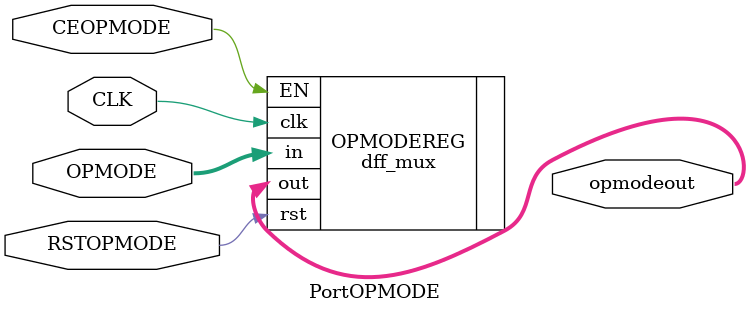
<source format=v>
module PortOPMODE(input[7:0] OPMODE,
			 input CLK,
			 input CEOPMODE,
			 input RSTOPMODE,
			 output[7:0] opmodeout);


dff_mux #(.size(8),.pipeline(1)) OPMODEREG(.in(OPMODE),.clk(CLK),.EN(CEOPMODE),.rst(RSTOPMODE),.out(opmodeout));

endmodule
</source>
